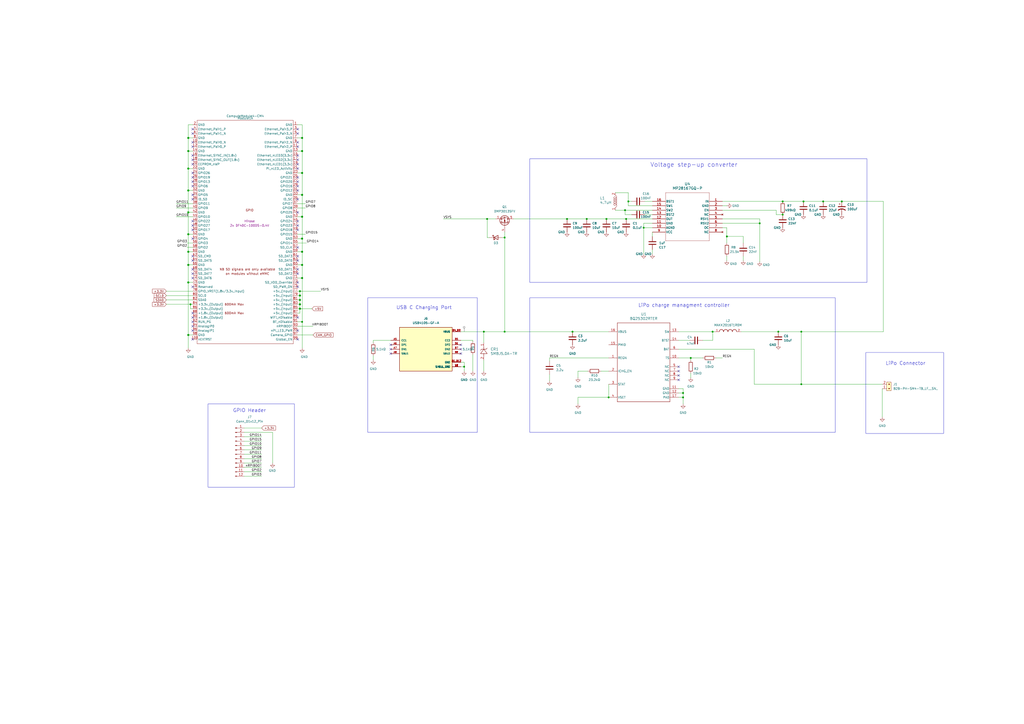
<source format=kicad_sch>
(kicad_sch (version 20230121) (generator eeschema)
  (paper "A2")
  (title_block (title "Raspberry Pi Compute Module 4 Carrier Board v1") (date "2023-06-21") (rev "v01") (comment 2 "creativecommons.org/licenses/by-sa/4.0") (comment 3 "License: CC BY 4.0") (comment 4 "Author: Iiro Karppanen"))
  (junction (at 109.22 97.79) (diameter 1.016))
  (junction (at 109.22 163.83) (diameter 1.016))
  (junction (at 175.26 113.03) (diameter 1.016))
  (junction (at 400.685 207.645))
  (junction (at 440.69 129.54))
  (junction (at 175.26 138.43) (diameter 1.016))
  (junction (at 173.99 179.07) (diameter 1.016))
  (junction (at 173.99 173.99) (diameter 1.016))
  (junction (at 282.575 127))
  (junction (at 173.99 168.91))
  (junction (at 175.26 100.33) (diameter 1.016))
  (junction (at 413.385 192.405))
  (junction (at 110.49 176.53))
  (junction (at 464.82 222.885))
  (junction (at 362.585 121.92))
  (junction (at 396.24 227.965))
  (junction (at 109.22 123.19) (diameter 1.016))
  (junction (at 464.82 192.405))
  (junction (at 373.38 132.08))
  (junction (at 451.485 192.405))
  (junction (at 173.99 176.53) (diameter 1.016))
  (junction (at 292.735 137.795))
  (junction (at 109.22 194.31) (diameter 1.016))
  (junction (at 363.22 127))
  (junction (at 109.22 146.05) (diameter 1.016))
  (junction (at 328.93 127))
  (junction (at 477.52 116.84))
  (junction (at 175.26 125.73) (diameter 1.016))
  (junction (at 396.24 230.505))
  (junction (at 175.26 186.69))
  (junction (at 175.26 153.67) (diameter 1.016))
  (junction (at 173.99 171.45) (diameter 1.016))
  (junction (at 292.735 192.405))
  (junction (at 175.26 87.63) (diameter 1.016))
  (junction (at 454.025 116.84))
  (junction (at 109.22 87.63) (diameter 1.016))
  (junction (at 353.06 230.505))
  (junction (at 269.24 212.725))
  (junction (at 109.22 80.01) (diameter 1.016))
  (junction (at 421.64 137.16))
  (junction (at 364.49 116.84))
  (junction (at 109.22 153.67) (diameter 1.016))
  (junction (at 109.22 110.49) (diameter 1.016))
  (junction (at 351.79 127))
  (junction (at 175.26 161.29) (diameter 1.016))
  (junction (at 332.105 192.405))
  (junction (at 454.025 124.46))
  (junction (at 175.26 146.05) (diameter 1.016))
  (junction (at 175.26 80.01) (diameter 1.016))
  (junction (at 488.315 116.84))
  (junction (at 466.09 116.84))
  (junction (at 340.36 127))
  (junction (at 280.67 192.405))
  (junction (at 109.22 135.89) (diameter 1.016))
  (no_connect (at 111.76 113.03))
  (no_connect (at 172.72 184.15))
  (no_connect (at 172.72 85.09))
  (no_connect (at 172.72 128.27))
  (no_connect (at 111.76 181.61))
  (no_connect (at 226.695 200.025))
  (no_connect (at 172.72 143.51))
  (no_connect (at 172.72 107.95))
  (no_connect (at 393.7 215.265))
  (no_connect (at 172.72 92.71))
  (no_connect (at 172.72 166.37))
  (no_connect (at 111.76 74.93))
  (no_connect (at 226.695 205.105))
  (no_connect (at 172.72 148.59))
  (no_connect (at 111.76 148.59))
  (no_connect (at 111.76 95.25))
  (no_connect (at 111.76 138.43))
  (no_connect (at 172.72 82.55))
  (no_connect (at 172.72 156.21))
  (no_connect (at 172.72 196.85))
  (no_connect (at 172.72 158.75))
  (no_connect (at 111.76 133.35))
  (no_connect (at 172.72 110.49))
  (no_connect (at 172.72 163.83))
  (no_connect (at 111.76 184.15))
  (no_connect (at 111.76 158.75))
  (no_connect (at 172.72 105.41))
  (no_connect (at 172.72 151.13))
  (no_connect (at 111.76 92.71))
  (no_connect (at 111.76 82.55))
  (no_connect (at 172.72 90.17))
  (no_connect (at 267.335 205.105))
  (no_connect (at 111.76 189.23))
  (no_connect (at 111.76 151.13))
  (no_connect (at 111.76 191.77))
  (no_connect (at 111.76 105.41))
  (no_connect (at 393.7 217.805))
  (no_connect (at 172.72 191.77))
  (no_connect (at 111.76 102.87))
  (no_connect (at 172.72 74.93))
  (no_connect (at 111.76 85.09))
  (no_connect (at 111.76 115.57))
  (no_connect (at 172.72 123.19))
  (no_connect (at 111.76 196.85))
  (no_connect (at 111.76 186.69))
  (no_connect (at 172.72 102.87))
  (no_connect (at 172.72 97.79))
  (no_connect (at 111.76 90.17))
  (no_connect (at 172.72 115.57))
  (no_connect (at 111.76 128.27))
  (no_connect (at 111.76 166.37))
  (no_connect (at 393.7 220.345))
  (no_connect (at 267.335 200.025))
  (no_connect (at 172.72 95.25))
  (no_connect (at 111.76 100.33))
  (no_connect (at 111.76 161.29))
  (no_connect (at 111.76 107.95))
  (no_connect (at 111.76 156.21))
  (no_connect (at 172.72 133.35))
  (no_connect (at 393.7 212.725))
  (no_connect (at 111.76 130.81))
  (no_connect (at 267.335 202.565))
  (no_connect (at 172.72 130.81))
  (no_connect (at 111.76 77.47))
  (no_connect (at 172.72 77.47))
  (no_connect (at 226.695 202.565))
  (wire (pts (xy 172.72 100.33) (xy 175.26 100.33)))
  (wire (pts (xy 440.69 151.765) (xy 440.69 129.54)))
  (wire (pts (xy 172.72 179.07) (xy 173.99 179.07)))
  (wire (pts (xy 374.015 124.46) (xy 378.46 124.46)))
  (wire (pts (xy 172.72 80.01) (xy 175.26 80.01)))
  (wire (pts (xy 172.72 113.03) (xy 175.26 113.03)))
  (wire (pts (xy 335.28 230.505) (xy 353.06 230.505)))
  (wire (pts (xy 267.335 192.405) (xy 280.67 192.405)))
  (wire (pts (xy 421.64 132.08) (xy 421.64 137.16)))
  (wire (pts (xy 419.1 129.54) (xy 440.69 129.54)))
  (wire (pts (xy 340.995 215.265) (xy 335.28 215.265)))
  (wire (pts (xy 172.72 171.45) (xy 173.99 171.45)))
  (wire (pts (xy 400.685 207.645) (xy 407.67 207.645)))
  (wire (pts (xy 413.385 192.405) (xy 414.655 192.405)))
  (wire (pts (xy 419.1 119.38) (xy 421.64 119.38)))
  (wire (pts (xy 173.99 173.99) (xy 173.99 171.45)))
  (wire (pts (xy 172.72 140.97) (xy 177.8 140.97)))
  (wire (pts (xy 172.72 120.65) (xy 177.165 120.65)))
  (wire (pts (xy 172.72 181.61) (xy 173.99 181.61)))
  (wire (pts (xy 175.26 72.39) (xy 175.26 80.01)))
  (wire (pts (xy 431.165 140.97) (xy 431.165 137.16)))
  (wire (pts (xy 393.7 227.965) (xy 396.24 227.965)))
  (wire (pts (xy 364.49 111.76) (xy 356.87 111.76)))
  (wire (pts (xy 451.485 192.405) (xy 464.82 192.405)))
  (wire (pts (xy 364.49 119.38) (xy 364.49 116.84)))
  (wire (pts (xy 393.7 230.505) (xy 396.24 230.505)))
  (wire (pts (xy 172.72 186.69) (xy 175.26 186.69)))
  (wire (pts (xy 110.49 176.53) (xy 111.76 176.53)))
  (wire (pts (xy 109.22 163.83) (xy 109.22 194.31)))
  (wire (pts (xy 373.38 129.54) (xy 373.38 132.08)))
  (wire (pts (xy 172.72 87.63) (xy 175.26 87.63)))
  (wire (pts (xy 216.535 206.375) (xy 216.535 208.788)))
  (wire (pts (xy 108.585 140.97) (xy 111.76 140.97)))
  (wire (pts (xy 175.26 161.29) (xy 175.26 186.69)))
  (wire (pts (xy 172.72 173.99) (xy 173.99 173.99)))
  (wire (pts (xy 109.22 80.01) (xy 111.76 80.01)))
  (wire (pts (xy 511.81 225.425) (xy 511.81 241.935)))
  (wire (pts (xy 158.115 250.825) (xy 141.605 250.825)))
  (wire (pts (xy 109.22 110.49) (xy 109.22 123.19)))
  (wire (pts (xy 348.615 215.265) (xy 353.06 215.265)))
  (wire (pts (xy 393.7 202.565) (xy 437.515 202.565)))
  (wire (pts (xy 175.26 153.67) (xy 175.26 161.29)))
  (wire (pts (xy 173.99 171.45) (xy 173.99 168.91)))
  (wire (pts (xy 151.765 263.525) (xy 141.605 263.525)))
  (wire (pts (xy 464.82 222.885) (xy 511.81 222.885)))
  (wire (pts (xy 175.26 80.01) (xy 175.26 87.63)))
  (wire (pts (xy 109.22 123.19) (xy 111.76 123.19)))
  (wire (pts (xy 364.49 116.84) (xy 364.49 111.76)))
  (wire (pts (xy 280.67 192.405) (xy 292.735 192.405)))
  (wire (pts (xy 274.32 205.74) (xy 274.32 215.265)))
  (wire (pts (xy 216.535 197.485) (xy 216.535 198.755)))
  (wire (pts (xy 477.52 116.84) (xy 488.315 116.84)))
  (wire (pts (xy 437.515 222.885) (xy 464.82 222.885)))
  (wire (pts (xy 172.72 125.73) (xy 175.26 125.73)))
  (wire (pts (xy 393.7 192.405) (xy 413.385 192.405)))
  (wire (pts (xy 400.685 216.535) (xy 400.685 219.075)))
  (wire (pts (xy 364.49 116.84) (xy 366.395 116.84)))
  (wire (pts (xy 109.22 153.67) (xy 111.76 153.67)))
  (wire (pts (xy 109.22 135.89) (xy 109.22 146.05)))
  (wire (pts (xy 110.49 179.07) (xy 110.49 176.53)))
  (wire (pts (xy 109.22 72.39) (xy 109.22 80.01)))
  (wire (pts (xy 280.67 192.405) (xy 280.67 198.755)))
  (wire (pts (xy 96.52 176.53) (xy 110.49 176.53)))
  (wire (pts (xy 335.28 230.505) (xy 335.28 234.315)))
  (wire (pts (xy 340.36 127) (xy 351.79 127)))
  (wire (pts (xy 454.025 116.84) (xy 466.09 116.84)))
  (wire (pts (xy 172.72 118.11) (xy 177.165 118.11)))
  (wire (pts (xy 151.765 268.605) (xy 141.605 268.605)))
  (wire (pts (xy 109.22 110.49) (xy 111.76 110.49)))
  (wire (pts (xy 280.67 208.915) (xy 280.67 215.265)))
  (wire (pts (xy 373.38 132.08) (xy 378.46 132.08)))
  (wire (pts (xy 419.1 121.92) (xy 450.215 121.92)))
  (wire (pts (xy 109.22 97.79) (xy 111.76 97.79)))
  (wire (pts (xy 282.575 137.795) (xy 282.575 127)))
  (wire (pts (xy 151.765 253.365) (xy 141.605 253.365)))
  (wire (pts (xy 431.165 148.59) (xy 431.165 151.13)))
  (wire (pts (xy 353.06 222.885) (xy 353.06 230.505)))
  (wire (pts (xy 413.385 197.485) (xy 413.385 192.405)))
  (wire (pts (xy 96.52 173.99) (xy 111.76 173.99)))
  (wire (pts (xy 356.87 121.92) (xy 362.585 121.92)))
  (wire (pts (xy 292.735 137.795) (xy 291.465 137.795)))
  (wire (pts (xy 109.22 146.05) (xy 109.22 153.67)))
  (wire (pts (xy 173.99 168.91) (xy 186.055 168.91)))
  (wire (pts (xy 466.09 116.84) (xy 477.52 116.84)))
  (wire (pts (xy 175.26 87.63) (xy 175.26 100.33)))
  (wire (pts (xy 292.735 137.795) (xy 292.735 192.405)))
  (wire (pts (xy 108.585 143.51) (xy 111.76 143.51)))
  (wire (pts (xy 431.165 137.16) (xy 421.64 137.16)))
  (wire (pts (xy 267.335 210.185) (xy 269.24 210.185)))
  (wire (pts (xy 437.515 202.565) (xy 437.515 222.885)))
  (wire (pts (xy 318.77 207.645) (xy 353.06 207.645)))
  (wire (pts (xy 512.445 192.405) (xy 464.82 192.405)))
  (wire (pts (xy 175.26 100.33) (xy 175.26 113.03)))
  (wire (pts (xy 328.93 127) (xy 340.36 127)))
  (wire (pts (xy 415.29 207.645) (xy 419.1 207.645)))
  (wire (pts (xy 363.22 127) (xy 378.46 127)))
  (wire (pts (xy 292.735 134.62) (xy 292.735 137.795)))
  (wire (pts (xy 378.46 119.38) (xy 364.49 119.38)))
  (wire (pts (xy 151.765 255.905) (xy 141.605 255.905)))
  (wire (pts (xy 109.22 80.01) (xy 109.22 87.63)))
  (wire (pts (xy 102.235 118.11) (xy 111.76 118.11)))
  (wire (pts (xy 351.79 127) (xy 363.22 127)))
  (wire (pts (xy 440.69 127) (xy 440.69 129.54)))
  (wire (pts (xy 450.215 124.46) (xy 454.025 124.46)))
  (wire (pts (xy 175.26 186.69) (xy 175.26 201.93)))
  (wire (pts (xy 175.26 138.43) (xy 175.26 146.05)))
  (wire (pts (xy 175.26 113.03) (xy 175.26 125.73)))
  (wire (pts (xy 373.38 132.08) (xy 373.38 147.32)))
  (wire (pts (xy 172.72 176.53) (xy 173.99 176.53)))
  (wire (pts (xy 172.72 138.43) (xy 175.26 138.43)))
  (wire (pts (xy 151.765 260.985) (xy 141.605 260.985)))
  (wire (pts (xy 419.1 132.08) (xy 421.64 132.08)))
  (wire (pts (xy 109.22 97.79) (xy 109.22 110.49)))
  (wire (pts (xy 419.1 116.84) (xy 454.025 116.84)))
  (wire (pts (xy 419.1 127) (xy 440.69 127)))
  (wire (pts (xy 421.64 137.16) (xy 421.64 140.97)))
  (wire (pts (xy 297.815 127) (xy 328.93 127)))
  (wire (pts (xy 151.765 266.065) (xy 141.605 266.065)))
  (wire (pts (xy 378.46 129.54) (xy 373.38 129.54)))
  (wire (pts (xy 109.22 163.83) (xy 111.76 163.83)))
  (wire (pts (xy 332.105 192.405) (xy 353.06 192.405)))
  (wire (pts (xy 393.7 207.645) (xy 400.685 207.645)))
  (wire (pts (xy 172.72 135.89) (xy 177.165 135.89)))
  (wire (pts (xy 96.52 168.91) (xy 111.76 168.91)))
  (wire (pts (xy 109.22 194.31) (xy 111.76 194.31)))
  (wire (pts (xy 318.77 217.17) (xy 318.77 220.98)))
  (wire (pts (xy 267.335 212.725) (xy 269.24 212.725)))
  (wire (pts (xy 421.64 148.59) (xy 421.64 151.13)))
  (wire (pts (xy 109.22 146.05) (xy 111.76 146.05)))
  (wire (pts (xy 172.72 168.91) (xy 173.99 168.91)))
  (wire (pts (xy 282.575 127) (xy 287.655 127)))
  (wire (pts (xy 109.22 135.89) (xy 111.76 135.89)))
  (wire (pts (xy 269.24 212.725) (xy 269.24 215.265)))
  (wire (pts (xy 274.32 197.485) (xy 274.32 198.12)))
  (wire (pts (xy 318.77 207.645) (xy 318.77 209.55)))
  (wire (pts (xy 396.24 225.425) (xy 396.24 227.965)))
  (wire (pts (xy 374.015 116.84) (xy 378.46 116.84)))
  (wire (pts (xy 512.445 116.84) (xy 512.445 192.405)))
  (wire (pts (xy 151.765 271.145) (xy 141.605 271.145)))
  (wire (pts (xy 111.76 72.39) (xy 109.22 72.39)))
  (wire (pts (xy 173.99 181.61) (xy 173.99 179.07)))
  (wire (pts (xy 407.67 197.485) (xy 413.385 197.485)))
  (wire (pts (xy 378.46 144.78) (xy 378.46 147.32)))
  (wire (pts (xy 378.46 121.92) (xy 362.585 121.92)))
  (wire (pts (xy 362.585 121.92) (xy 362.585 124.46)))
  (wire (pts (xy 172.72 146.05) (xy 175.26 146.05)))
  (wire (pts (xy 172.72 161.29) (xy 175.26 161.29)))
  (wire (pts (xy 102.235 125.73) (xy 111.76 125.73)))
  (wire (pts (xy 257.175 127) (xy 282.575 127)))
  (wire (pts (xy 141.605 273.685) (xy 151.765 273.685)))
  (wire (pts (xy 362.585 124.46) (xy 366.395 124.46)))
  (wire (pts (xy 151.765 258.445) (xy 141.605 258.445)))
  (wire (pts (xy 173.99 179.07) (xy 173.99 176.53)))
  (wire (pts (xy 292.735 192.405) (xy 332.105 192.405)))
  (wire (pts (xy 141.605 276.225) (xy 151.765 276.225)))
  (wire (pts (xy 109.22 123.19) (xy 109.22 135.89)))
  (wire (pts (xy 464.82 192.405) (xy 464.82 222.885)))
  (wire (pts (xy 396.24 230.505) (xy 396.24 234.315)))
  (wire (pts (xy 173.99 176.53) (xy 173.99 173.99)))
  (wire (pts (xy 378.46 134.62) (xy 378.46 137.16)))
  (wire (pts (xy 393.7 225.425) (xy 396.24 225.425)))
  (wire (pts (xy 429.895 192.405) (xy 451.485 192.405)))
  (wire (pts (xy 172.72 153.67) (xy 175.26 153.67)))
  (wire (pts (xy 109.22 87.63) (xy 109.22 97.79)))
  (wire (pts (xy 400.685 207.645) (xy 400.685 208.915)))
  (wire (pts (xy 450.215 121.92) (xy 450.215 124.46)))
  (wire (pts (xy 488.315 116.84) (xy 512.445 116.84)))
  (wire (pts (xy 172.72 194.31) (xy 181.61 194.31)))
  (wire (pts (xy 400.05 197.485) (xy 393.7 197.485)))
  (wire (pts (xy 109.22 153.67) (xy 109.22 163.83)))
  (wire (pts (xy 269.24 210.185) (xy 269.24 212.725)))
  (wire (pts (xy 172.72 72.39) (xy 175.26 72.39)))
  (wire (pts (xy 102.235 120.65) (xy 111.76 120.65)))
  (wire (pts (xy 109.22 87.63) (xy 111.76 87.63)))
  (wire (pts (xy 151.765 248.285) (xy 141.605 248.285)))
  (wire (pts (xy 226.695 197.485) (xy 216.535 197.485)))
  (wire (pts (xy 173.99 179.07) (xy 180.975 179.07)))
  (wire (pts (xy 96.52 171.45) (xy 111.76 171.45)))
  (wire (pts (xy 109.22 194.31) (xy 109.22 201.93)))
  (wire (pts (xy 175.26 146.05) (xy 175.26 153.67)))
  (wire (pts (xy 158.115 250.825) (xy 158.115 268.605)))
  (wire (pts (xy 172.72 189.23) (xy 181.61 189.23)))
  (wire (pts (xy 396.24 227.965) (xy 396.24 230.505)))
  (wire (pts (xy 175.26 125.73) (xy 175.26 138.43)))
  (wire (pts (xy 111.76 179.07) (xy 110.49 179.07)))
  (wire (pts (xy 267.335 197.485) (xy 274.32 197.485)))
  (wire (pts (xy 335.28 215.265) (xy 335.28 219.075)))
  (wire (pts (xy 283.845 137.795) (xy 282.575 137.795)))
  (rectangle (start 307.34 92.075) (end 502.92 163.83))
  (rectangle (start 307.34 172.72) (end 484.505 250.825))
  (rectangle (start 213.36 172.72) (end 276.86 250.825))
  (rectangle (start 120.65 234.315) (end 170.815 282.575))
  (rectangle (start 502.285 204.47) (end 547.37 251.46))
  (text "USB C Charging Port\n" (at 229.87 179.705 0) (effects (font (size 2 2)) (justify left bottom)))
  (text "LiPo charge managment controller\n\n" (at 370.205 181.61 0) (effects (font (size 2 2)) (justify left bottom)))
  (text "GPIO Header" (at 154.305 239.395 0) (effects (font (size 2 2)) (justify right bottom)))
  (text "Voltage step-up converter" (at 377.19 97.155 0) (effects (font (size 2.5 2.5)) (justify left bottom)))
  (text "LiPo Connector\n\n" (at 513.715 215.265 0) (effects (font (size 2 2)) (justify left bottom)))
  (label "GPIO10" (at 102.235 125.73 0))
  (label "GPIO11" (at 151.765 263.525 180))
  (label "GPIO3" (at 108.585 140.97 180))
  (label "GPIO15" (at 151.765 255.905 180))
  (label "VSYS" (at 186.055 168.91 0))
  (label "REGN" (at 419.1 207.645 0))
  (label "GPIO9" (at 102.235 120.65 0))
  (label "GPIO7" (at 151.765 268.605 180))
  (label "GPIO2" (at 108.585 143.51 180))
  (label "GPIO11" (at 102.235 118.11 0))
  (label "GPIO2" (at 151.765 273.685 180))
  (label "REGN" (at 318.77 207.645 0))
  (label "nRPIBOOT" (at 151.765 271.145 180))
  (label "GPIO14" (at 151.765 253.365 180))
  (label "GPIO8" (at 177.165 120.65 0))
  (label "nRPIBOOT" (at 180.975 189.23 0))
  (label "GPIO7" (at 177.165 118.11 0))
  (label "GPIO9" (at 151.765 260.985 180))
  (label "GPIO15" (at 177.165 135.89 0))
  (label "GPIO14" (at 177.8 140.97 0))
  (label "GPIO8" (at 151.765 266.065 180))
  (label "VSYS" (at 257.175 127 0))
  (label "GPIO10" (at 151.765 258.445 180))
  (label "GPIO3" (at 151.765 276.225 180))
  (global_label "SCL0" (shape input) (at 96.52 171.45 180) (property "Intersheetrefs" "${INTERSHEET_REFS}" (effects hide)))
  (global_label "+3.3V" (shape input) (at 151.765 248.285 0) (property "Intersheetrefs" "${INTERSHEET_REFS}" (effects hide)))
  (global_label "+3.3V" (shape input) (at 96.52 176.53 180) (property "Intersheetrefs" "${INTERSHEET_REFS}" (effects hide)))
  (global_label "+3.3V" (shape input) (at 96.52 168.91 180) (property "Intersheetrefs" "${INTERSHEET_REFS}" (effects hide)))
  (global_label "+5V" (shape input) (at 180.975 179.07 0) (property "Intersheetrefs" "${INTERSHEET_REFS}" (effects hide)))
  (global_label "SDA0" (shape input) (at 96.52 173.99 180) (property "Intersheetrefs" "${INTERSHEET_REFS}" (effects hide)))
  (global_label "CAM_GPIO" (shape input) (at 181.61 194.31 0) (property "Intersheetrefs" "${INTERSHEET_REFS}" (effects hide)))
  (netclass_flag "" (length 2.54) (shape round) (at 269.24 192.405 0) (property "Netclass" "Power" (effects hide)))
  (symbol (lib_id "Device:C") (at 340.36 130.81 0) (unit 1)
    (property "Reference" "C8" (at 343.535 129.54 0) (effects (justify left)))
    (property "Value" "10uF" (at 343.535 132.08 0) (effects (justify left)))
    (property "Footprint" "Capacitor_SMD:C_0603_1608Metric" (effects hide))
  )
  (symbol (lib_id "Device:R") (at 400.685 212.725 180) (unit 1)
    (property "Reference" "R2" (at 403.86 213.995 0))
    (property "Value" "10kΩ" (at 404.495 216.535 0))
    (property "Footprint" "Resistor_SMD:R_0603_1608Metric" (effects hide))
  )
  (symbol (lib_id "Device:C") (at 318.77 213.36 0) (unit 1)
    (property "Reference" "C5" (at 322.58 212.09 0) (effects (justify left)))
    (property "Value" "2.2u" (at 322.58 214.63 0) (effects (justify left)))
    (property "Footprint" "Capacitor_SMD:C_0603_1608Metric" (effects hide))
  )
  (symbol (lib_id "Device:C") (at 403.86 197.485 90) (unit 1)
    (property "Reference" "C4" (at 400.05 195.58 90))
    (property "Value" "47nF" (at 400.685 199.39 90))
    (property "Footprint" "Capacitor_SMD:C_0603_1608Metric" (effects hide))
  )
  (symbol (lib_name "GND_4") (lib_id "power:GND") (at 440.69 151.765 0) (unit 1)
    (property "Reference" "#PWR031" (effects hide))
    (property "Value" "GND" (at 444.5 153.67 0))
  )
  (symbol (lib_id "Device:C") (at 370.205 124.46 90) (unit 1)
    (property "Reference" "C15" (at 374.65 123.19 90))
    (property "Value" "100nF" (at 374.65 125.73 90))
    (property "Footprint" "Capacitor_SMD:C_0603_1608Metric" (effects hide))
  )
  (symbol (lib_id "power:GND") (at 109.22 201.93 0) (unit 1)
    (property "Reference" "#PWR0101" (effects hide))
    (property "Value" "GND" (at 110.49 207.01 0))
  )
  (symbol (lib_id "Device:R") (at 274.32 201.93 180) (unit 1)
    (property "Reference" "R9" (at 274.447 202.057 90))
    (property "Value" "5.1kΩ" (at 271.145 202.565 0))
    (property "Footprint" "Resistor_SMD:R_0603_1608Metric" (effects hide))
  )
  (symbol (lib_id "MP28167GQ-P:MP28167GQ-P") (at 419.1 116.84 0) (mirror y) (unit 1)
    (property "Reference" "U4" (at 398.78 106.68 0) (effects (font (size 1.524 1.524))))
    (property "Value" "MP28167GQ-P" (at 398.78 109.22 0) (effects (font (size 1.524 1.524))))
    (property "Footprint" "QFN-16_MP28167GQ_MNP" (effects hide))
    (property "Datasheet" "https://www.monolithicpower.com/en/documentview/productdocument/index/version/2/document_type/Datasheet/lang/en/sku/MP28167GQ/document_id/4000/" (effects hide))
  )
  (symbol (lib_id "Device:R") (at 344.805 215.265 90) (unit 1)
    (property "Reference" "R10" (at 344.805 217.805 90))
    (property "Value" "23.2kΩ" (at 344.805 220.345 90))
    (property "Footprint" "Resistor_SMD:R_0603_1608Metric" (effects hide))
  )
  (symbol (lib_name "GND_4") (lib_id "power:GND") (at 488.315 124.46 0) (unit 1)
    (property "Reference" "#PWR028" (effects hide))
    (property "Value" "GND" (at 485.14 124.46 0))
  )
  (symbol (lib_id "power:GND") (at 175.26 201.93 0) (unit 1)
    (property "Reference" "#PWR0102" (effects hide))
    (property "Value" "GND" (at 176.53 207.01 0))
  )
  (symbol (lib_id "Device:R") (at 421.64 144.78 180) (unit 1)
    (property "Reference" "R8" (at 425.45 143.51 0))
    (property "Value" "21.5k" (at 426.085 146.05 0))
    (property "Footprint" "Resistor_SMD:R_0603_1608Metric" (effects hide))
  )
  (symbol (lib_name "GND_3") (lib_id "power:GND") (at 318.77 220.98 0) (unit 1)
    (property "Reference" "#PWR018" (effects hide))
    (property "Value" "GND" (at 318.77 226.06 0))
  )
  (symbol (lib_id "CM4IO:ComputeModule4-CM4") (at 144.78 128.27 0) (unit 1)
    (property "Reference" "Module1" (at 142.24 68.58 0))
    (property "Value" "ComputeModule4-CM4" (at 142.24 67.31 0))
    (property "Footprint" "CM4IO:Raspberry-Pi-4-Compute-Module" (effects hide))
    (property "Manufacturer" "Hirose" (at 144.78 128.27 0))
    (property "MPN" "2x DF40C-100DS-0.4V" (at 144.78 130.81 0))
    (property "Digi-Key_PN" "2x H11615CT-ND" (effects hide))
    (property "Digi-Key_PN (Alt)" "2x H124602CT-ND" (effects hide))
  )
  (symbol (lib_name "GND_4") (lib_id "power:GND") (at 477.52 124.46 0) (unit 1)
    (property "Reference" "#PWR027" (effects hide))
    (property "Value" "GND" (at 474.345 124.46 0))
  )
  (symbol (lib_id "dk_Fixed-Inductors:13R106C") (at 356.87 116.84 90) (unit 1)
    (property "Reference" "L1" (at 347.98 114.935 90) (effects (font (size 1.524 1.524)) (justify right)))
    (property "Value" "4.7uH" (at 347.98 117.475 90) (effects (font (size 1.524 1.524)) (justify right)))
    (property "Footprint" "digikey-footprints:0603" (effects hide))
    (property "Datasheet" "https://www.murata-ps.com/data/magnetics/kmp_1300r.pdf" (effects hide))
    (property "Digi-Key_PN" "811-2058-ND" (effects hide))
    (property "MPN" "13R106C" (effects hide))
    (property "Category" "Inductors, Coils, Chokes" (effects hide))
    (property "Family" "Fixed Inductors" (effects hide))
    (property "DK_Datasheet_Link" "https://www.murata-ps.com/data/magnetics/kmp_1300r.pdf" (effects hide))
    (property "DK_Detail_Page" "/product-detail/en/murata-power-solutions-inc/13R106C/811-2058-ND/1998245" (effects hide))
    (property "Description" "FIXED IND 10MH 85MA 23.8 OHM TH" (effects hide))
    (property "Manufacturer" "Murata Power Solutions Inc." (effects hide))
    (property "Status" "Active" (effects hide))
  )
  (symbol (lib_id "Device:C") (at 370.205 116.84 90) (unit 1)
    (property "Reference" "C16" (at 374.65 112.395 90))
    (property "Value" "100nF" (at 374.65 114.935 90))
    (property "Footprint" "Capacitor_SMD:C_0603_1608Metric" (effects hide))
  )
  (symbol (lib_name "GND_4") (lib_id "power:GND") (at 363.22 134.62 0) (unit 1)
    (property "Reference" "#PWR01" (effects hide))
    (property "Value" "GND" (at 360.045 134.62 0))
  )
  (symbol (lib_name "GND_1") (lib_id "power:GND") (at 332.105 200.025 0) (unit 1)
    (property "Reference" "#PWR010" (effects hide))
    (property "Value" "GND" (at 332.105 205.105 0))
  )
  (symbol (lib_name "GND_8") (lib_id "power:GND") (at 274.32 215.265 0) (unit 1)
    (property "Reference" "#PWR013" (effects hide))
    (property "Value" "GND" (at 274.32 220.345 0))
  )
  (symbol (lib_name "GND_4") (lib_id "power:GND") (at 421.64 119.38 90) (unit 1)
    (property "Reference" "#PWR030" (effects hide))
    (property "Value" "GND" (at 426.72 119.38 90))
  )
  (symbol (lib_id "MAKK2016T1R0M:MAKK2016T1R0M") (at 422.275 192.405 0) (unit 1)
    (property "Reference" "L2" (at 422.275 186.055 0))
    (property "Value" "MAKK2016T1R0M" (at 422.275 188.595 0))
    (property "Footprint" "INDC2016X100N" (effects hide))
  )
  (symbol (lib_id "Device:C") (at 351.79 130.81 0) (unit 1)
    (property "Reference" "C7" (at 354.965 129.54 0) (effects (justify left)))
    (property "Value" "10uF" (at 354.965 132.08 0) (effects (justify left)))
    (property "Footprint" "Capacitor_SMD:C_0603_1608Metric" (effects hide))
  )
  (symbol (lib_name "GND_4") (lib_id "power:GND") (at 328.93 134.62 0) (unit 1)
    (property "Reference" "#PWR022" (effects hide))
    (property "Value" "GND" (at 325.755 134.62 0))
  )
  (symbol (lib_name "GND_4") (lib_id "power:GND") (at 431.165 151.13 0) (unit 1)
    (property "Reference" "#PWR032" (effects hide))
    (property "Value" "GND" (at 434.975 153.035 0))
  )
  (symbol (lib_name "GND_2") (lib_id "power:GND") (at 511.81 241.935 0) (unit 1)
    (property "Reference" "#PWR02" (effects hide))
    (property "Value" "GND" (at 511.81 247.015 0))
  )
  (symbol (lib_id "Device:C") (at 328.93 130.81 0) (unit 1)
    (property "Reference" "C9" (at 332.105 129.54 0) (effects (justify left)))
    (property "Value" "100uF" (at 332.105 132.08 0) (effects (justify left)))
    (property "Footprint" "Capacitor_SMD:C_0603_1608Metric" (effects hide))
  )
  (symbol (lib_name "GND_4") (lib_id "power:GND") (at 451.485 200.025 0) (unit 1)
    (property "Reference" "#PWR020" (effects hide))
    (property "Value" "GND" (at 448.31 200.025 0))
  )
  (symbol (lib_id "Device:C") (at 466.09 120.65 0) (unit 1)
    (property "Reference" "C11" (at 469.265 119.38 0) (effects (justify left)))
    (property "Value" "0.1uF" (at 469.265 121.92 0) (effects (justify left)))
    (property "Footprint" "Capacitor_SMD:C_0603_1608Metric" (effects hide))
  )
  (symbol (lib_id "Device:C") (at 451.485 196.215 0) (unit 1)
    (property "Reference" "C6" (at 454.66 194.945 0) (effects (justify left)))
    (property "Value" "10uF" (at 454.66 197.485 0) (effects (justify left)))
    (property "Footprint" "Capacitor_SMD:C_0603_1608Metric" (effects hide))
  )
  (symbol (lib_name "GND_4") (lib_id "power:GND") (at 396.24 234.315 0) (unit 1)
    (property "Reference" "#PWR021" (effects hide))
    (property "Value" "GND" (at 396.24 239.395 0))
  )
  (symbol (lib_name "GND_4") (lib_id "power:GND") (at 421.64 151.13 0) (unit 1)
    (property "Reference" "#PWR033" (effects hide))
    (property "Value" "GND" (at 425.45 153.035 0))
  )
  (symbol (lib_id "SMBJ5-0A-TR:SMBJ5.0A-TR") (at 280.67 198.755 270) (unit 1)
    (property "Reference" "CR1" (at 284.48 202.565 90) (effects (font (size 1.524 1.524)) (justify left)))
    (property "Value" "SMBJ5.0A-TR" (at 284.48 205.105 90) (effects (font (size 1.524 1.524)) (justify left)))
    (property "Footprint" "SMBJ5-0A-TR:SMB_STM" (effects hide))
    (property "Datasheet" "SMBJ5.0A-TR" (effects hide))
  )
  (symbol (lib_id "Transistor_FET:DMP3013SFV") (at 292.735 129.54 270) (mirror x) (unit 1)
    (property "Reference" "Q1" (at 292.735 120.015 90))
    (property "Value" "DMP3013SFV" (at 292.735 122.555 90))
    (property "Footprint" "Package_SON:Diodes_PowerDI3333-8" (effects hide))
    (property "Datasheet" "https://www.diodes.com/assets/Datasheets/DMP3013SFV.pdf" (effects hide))
  )
  (symbol (lib_id "BQ25302:BQ25302RTER") (at 373.38 210.185 0) (unit 1)
    (property "Reference" "U1" (at 373.38 182.245 0) (effects (font (size 1.524 1.524))))
    (property "Value" "BQ25302RTER" (at 373.38 184.785 0) (effects (font (size 1.524 1.524))))
    (property "Footprint" "BQ25302:RTE0016C" (effects hide))
    (property "Datasheet" "https://www.ti.com/lit/ds/symlink/bq25302.pdf" (effects hide))
  )
  (symbol (lib_id "Device:C") (at 477.52 120.65 0) (unit 1)
    (property "Reference" "C12" (at 480.695 119.38 0) (effects (justify left)))
    (property "Value" "22uF" (at 480.695 121.92 0) (effects (justify left)))
    (property "Footprint" "Capacitor_SMD:C_0603_1608Metric" (effects hide))
  )
  (symbol (lib_id "USB4105-GF-A:USB4105-GF-A") (at 247.015 202.565 0) (unit 1)
    (property "Reference" "J6" (at 247.015 184.785 0))
    (property "Value" "USB4105-GF-A" (at 247.015 187.325 0))
    (property "Footprint" "USB4105-GF-A:GCT_USB4105-GF-A" (effects hide))
    (property "PARTREV" "A3" (effects hide))
    (property "STANDARD" "Manufacturer Recommendations" (effects hide))
    (property "MAXIMUM_PACKAGE_HEIGHT" "3.31 mm" (effects hide))
    (property "MANUFACTURER" "GCT" (effects hide))
  )
  (symbol (lib_id "power:GND") (at 158.115 268.605 0) (mirror y) (unit 1)
    (property "Reference" "#PWR0103" (effects hide))
    (property "Value" "GND" (at 157.988 272.9992 0))
    (instances (project "rpi-cm4-base-carrier" (path "" (reference "#PWR0103") (unit 1))) (project "carrier_board_v1" (path "" (reference "#PWR023") (unit 1))))
  )
  (symbol (lib_name "GND_4") (lib_id "power:GND") (at 466.09 124.46 0) (unit 1)
    (property "Reference" "#PWR025" (effects hide))
    (property "Value" "GND" (at 462.915 124.46 0))
  )
  (symbol (lib_name "GND_4") (lib_id "power:GND") (at 351.79 134.62 0) (unit 1)
    (property "Reference" "#PWR04" (effects hide))
    (property "Value" "GND" (at 348.615 134.62 0))
  )
  (symbol (lib_id "Device:C") (at 378.46 140.97 180) (unit 1)
    (property "Reference" "C17" (at 384.175 143.51 0))
    (property "Value" "1uF" (at 384.175 140.97 0))
    (property "Footprint" "Capacitor_SMD:C_0603_1608Metric" (effects hide))
  )
  (symbol (lib_name "GND_3") (lib_id "power:GND") (at 335.28 234.315 0) (unit 1)
    (property "Reference" "#PWR016" (effects hide))
    (property "Value" "GND" (at 335.28 239.395 0))
  )
  (symbol (lib_id "Connector:Conn_01x12_Pin") (at 136.525 260.985 0) (unit 1)
    (property "Reference" "J7" (at 144.78 241.935 0))
    (property "Value" "Conn_01x12_Pin" (at 144.78 244.475 0))
    (property "Footprint" "Connector_PinHeader_2.54mm:PinHeader_1x12_P2.54mm_Vertical" (effects hide))
  )
  (symbol (lib_name "GND_8") (lib_id "power:GND") (at 216.535 208.788 0) (unit 1)
    (property "Reference" "#PWR09" (effects hide))
    (property "Value" "GND" (at 216.535 213.995 0))
  )
  (symbol (lib_id "dk_Rectangular-Connectors-Headers-Male-Pins:B2B-PH-SM4-TB_LF__SN_") (at 514.35 225.425 90) (unit 1)
    (property "Reference" "J1" (at 518.16 222.885 90) (effects (justify right)))
    (property "Value" "B2B-PH-SM4-TB_LF__SN_" (at 518.16 225.425 90) (effects (justify right)))
    (property "Footprint" "digikey-footprints:PinHeader_1x2_P2mm" (effects hide))
    (property "Datasheet" "http://www.jst-mfg.com/product/pdf/eng/ePH.pdf" (effects hide))
    (property "Digi-Key_PN" "455-1734-1-ND" (effects hide))
    (property "MPN" "B2B-PH-SM4-TB(LF)(SN)" (effects hide))
    (property "Category" "Connectors, Interconnects" (effects hide))
    (property "Family" "Rectangular Connectors - Headers, Male Pins" (effects hide))
    (property "DK_Datasheet_Link" "http://www.jst-mfg.com/product/pdf/eng/ePH.pdf" (effects hide))
    (property "DK_Detail_Page" "/product-detail/en/jst-sales-america-inc/B2B-PH-SM4-TB(LF)(SN)/455-1734-1-ND/926831" (effects hide))
    (property "Description" "CONN HEADER SMD 2POS 2MM" (effects hide))
    (property "Manufacturer" "JST Sales America Inc." (effects hide))
    (property "Status" "Active" (effects hide))
  )
  (symbol (lib_id "Device:C") (at 332.105 196.215 0) (unit 1)
    (property "Reference" "C3" (at 335.28 194.945 0) (effects (justify left)))
    (property "Value" "2.2uF" (at 335.28 197.485 0) (effects (justify left)))
    (property "Footprint" "Capacitor_SMD:C_0603_1608Metric" (effects hide))
  )
  (symbol (lib_name "GND_4") (lib_id "power:GND") (at 378.46 147.32 0) (unit 1)
    (property "Reference" "#PWR035" (effects hide))
    (property "Value" "GND" (at 375.92 147.32 0))
  )
  (symbol (lib_id "Diode:CDBA340-HF") (at 287.655 137.795 0) (unit 1)
    (property "Reference" "D3" (at 287.655 140.97 0))
    (property "Value" "CDBA340-HF" (effects hide))
    (property "Footprint" "Diode_SMD:D_0603_1608Metric" (effects hide))
    (property "Datasheet" "https://www.comchiptech.com/admin/files/product/CDBA340-HF%20Thru193640.%20CDBA3100-HF%20RevB.pdf" (effects hide))
  )
  (symbol (lib_id "Device:C") (at 363.22 130.81 0) (unit 1)
    (property "Reference" "C1" (at 367.03 129.54 0) (effects (justify left)))
    (property "Value" "0.1uF" (at 367.03 132.08 0) (effects (justify left)))
    (property "Footprint" "Capacitor_SMD:C_0603_1608Metric" (effects hide))
  )
  (symbol (lib_name "GND_4") (lib_id "power:GND") (at 454.025 132.08 0) (unit 1)
    (property "Reference" "#PWR029" (effects hide))
    (property "Value" "GND" (at 450.85 132.08 0))
  )
  (symbol (lib_id "Device:R") (at 411.48 207.645 90) (unit 1)
    (property "Reference" "R1" (at 411.48 210.185 90))
    (property "Value" "10kΩ" (at 411.48 212.725 90))
    (property "Footprint" "Resistor_SMD:R_0603_1608Metric" (effects hide))
  )
  (symbol (lib_id "Device:R") (at 454.025 120.65 180) (unit 1)
    (property "Reference" "R7" (at 457.835 119.38 0))
    (property "Value" "499kΩ" (at 458.47 121.92 0))
    (property "Footprint" "Resistor_SMD:R_0603_1608Metric" (effects hide))
  )
  (symbol (lib_id "Device:C") (at 431.165 144.78 0) (unit 1)
    (property "Reference" "C14" (at 434.34 143.51 0) (effects (justify left)))
    (property "Value" "22nF" (at 434.34 146.05 0) (effects (justify left)))
    (property "Footprint" "Capacitor_SMD:C_0603_1608Metric" (effects hide))
  )
  (symbol (lib_name "GND_4") (lib_id "power:GND") (at 340.36 134.62 0) (unit 1)
    (property "Reference" "#PWR014" (effects hide))
    (property "Value" "GND" (at 337.185 134.62 0))
  )
  (symbol (lib_name "GND_4") (lib_id "power:GND") (at 400.685 219.075 0) (unit 1)
    (property "Reference" "#PWR019" (effects hide))
    (property "Value" "GND" (at 400.685 224.155 0))
  )
  (symbol (lib_name "GND_4") (lib_id "power:GND") (at 373.38 147.32 0) (unit 1)
    (property "Reference" "#PWR034" (effects hide))
    (property "Value" "GND" (at 370.84 147.32 0))
  )
  (symbol (lib_id "Device:R") (at 216.535 202.565 180) (unit 1)
    (property "Reference" "R6" (at 216.662 202.692 90))
    (property "Value" "5.1kΩ" (at 220.98 202.565 0))
    (property "Footprint" "Resistor_SMD:R_0603_1608Metric" (effects hide))
  )
  (symbol (lib_name "GND_3") (lib_id "power:GND") (at 335.28 219.075 0) (unit 1)
    (property "Reference" "#PWR017" (effects hide))
    (property "Value" "GND" (at 335.28 224.155 0))
  )
  (symbol (lib_name "GND_9") (lib_id "power:GND") (at 280.67 215.265 0) (unit 1)
    (property "Reference" "#PWR024" (effects hide))
    (property "Value" "GND" (at 280.67 220.345 0))
  )
  (symbol (lib_id "Device:C_Polarized_US") (at 488.315 120.65 0) (unit 1)
    (property "Reference" "C10" (at 491.49 118.745 0) (effects (justify left)))
    (property "Value" "100uF" (at 491.49 121.285 0) (effects (justify left)))
  )
  (symbol (lib_name "GND_7") (lib_id "power:GND") (at 269.24 215.265 0) (unit 1)
    (property "Reference" "#PWR026" (effects hide))
    (property "Value" "GND" (at 269.24 220.345 0))
  )
  (symbol (lib_id "Device:C") (at 454.025 128.27 0) (unit 1)
    (property "Reference" "C13" (at 457.2 127 0) (effects (justify left)))
    (property "Value" "22nF" (at 457.2 129.54 0) (effects (justify left)))
    (property "Footprint" "Capacitor_SMD:C_0603_1608Metric" (effects hide))
  )
)
</source>
